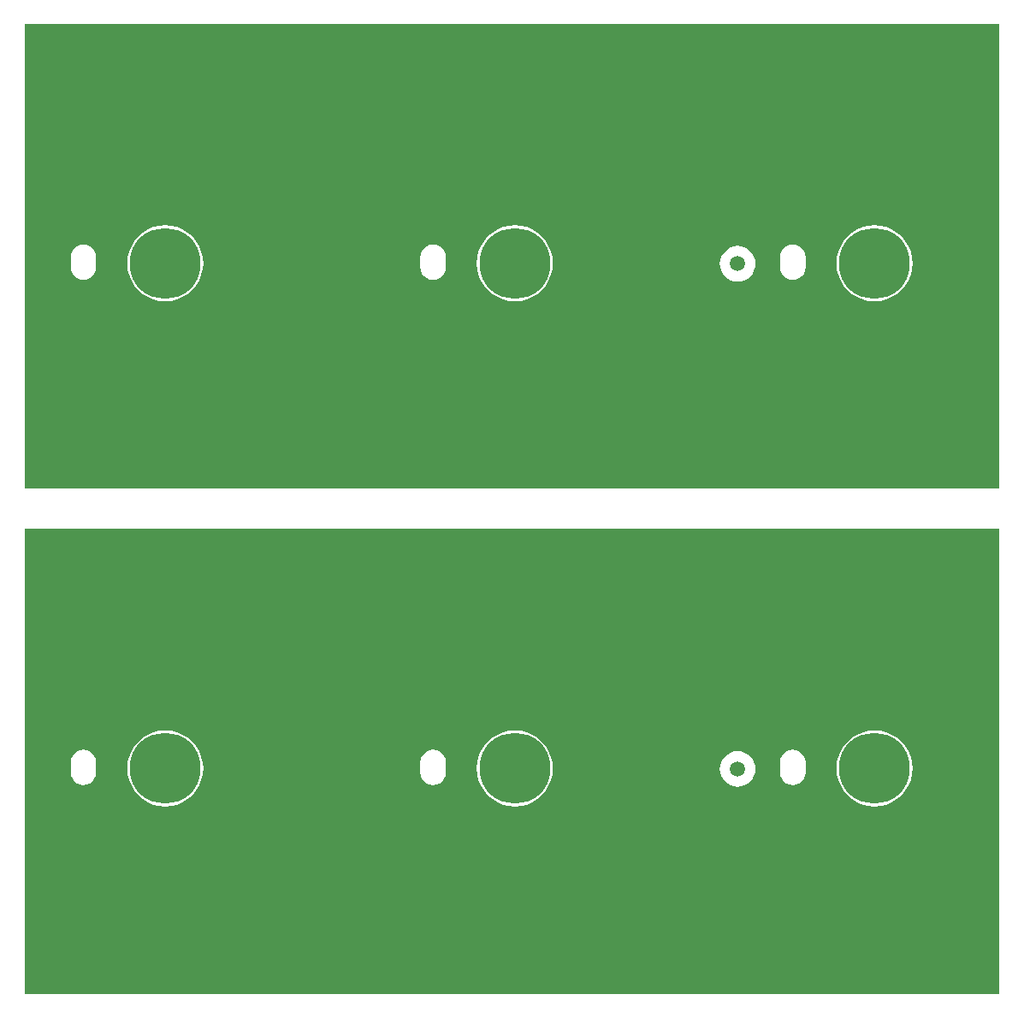
<source format=gtl>
G04*
G04 #@! TF.GenerationSoftware,Altium Limited,Altium Designer,21.0.8 (223)*
G04*
G04 Layer_Physical_Order=1*
G04 Layer_Color=255*
%FSLAX25Y25*%
%MOIN*%
G70*
G04*
G04 #@! TF.SameCoordinates,1038851D-6751-456F-ADCF-613883C18876*
G04*
G04*
G04 #@! TF.FilePolarity,Positive*
G04*
G01*
G75*
%ADD10C,0.27559*%
%ADD11C,0.05906*%
%ADD12C,0.05000*%
G36*
X494311Y494382D02*
Y313280D01*
X114390Y313280D01*
Y494382D01*
X494311Y494382D01*
D02*
G37*
G36*
Y297532D02*
Y116429D01*
X114390Y116429D01*
Y297532D01*
X494311Y297532D01*
D02*
G37*
%LPC*%
G36*
X273598Y408417D02*
X272310Y408247D01*
X271109Y407750D01*
X270077Y406958D01*
X269286Y405927D01*
X268789Y404726D01*
X268619Y403437D01*
Y399500D01*
X268789Y398211D01*
X269286Y397010D01*
X270077Y395979D01*
X271109Y395188D01*
X272310Y394690D01*
X273598Y394520D01*
X274887Y394690D01*
X276088Y395188D01*
X277120Y395979D01*
X277911Y397010D01*
X278408Y398211D01*
X278578Y399500D01*
Y403437D01*
X278408Y404726D01*
X277911Y405927D01*
X277120Y406958D01*
X276088Y407750D01*
X274887Y408247D01*
X273598Y408417D01*
D02*
G37*
G36*
X413756Y408417D02*
X412467Y408247D01*
X411266Y407750D01*
X410235Y406958D01*
X409443Y405927D01*
X408946Y404726D01*
X408776Y403437D01*
Y399500D01*
X408946Y398211D01*
X409443Y397010D01*
X410235Y395979D01*
X411266Y395187D01*
X412467Y394690D01*
X413756Y394520D01*
X415045Y394690D01*
X416246Y395187D01*
X417277Y395979D01*
X418068Y397010D01*
X418566Y398211D01*
X418736Y399500D01*
Y403437D01*
X418566Y404726D01*
X418068Y405927D01*
X417277Y406958D01*
X416246Y407750D01*
X415045Y408247D01*
X413756Y408417D01*
D02*
G37*
G36*
X137378D02*
X136089Y408247D01*
X134888Y407750D01*
X133857Y406958D01*
X133065Y405927D01*
X132568Y404726D01*
X132398Y403437D01*
Y399500D01*
X132568Y398211D01*
X133065Y397010D01*
X133857Y395979D01*
X134888Y395187D01*
X136089Y394690D01*
X137378Y394520D01*
X138667Y394690D01*
X139868Y395187D01*
X140899Y395979D01*
X141690Y397010D01*
X142188Y398211D01*
X142358Y399500D01*
Y403437D01*
X142188Y404726D01*
X141690Y405927D01*
X140899Y406958D01*
X139868Y407750D01*
X138667Y408247D01*
X137378Y408417D01*
D02*
G37*
G36*
X392299Y407817D02*
X390946Y407684D01*
X389644Y407289D01*
X388444Y406647D01*
X387393Y405785D01*
X386530Y404733D01*
X385889Y403533D01*
X385494Y402232D01*
X385360Y400878D01*
X385494Y399524D01*
X385889Y398223D01*
X386530Y397023D01*
X387393Y395971D01*
X388444Y395109D01*
X389644Y394467D01*
X390946Y394072D01*
X392299Y393939D01*
X393653Y394072D01*
X394955Y394467D01*
X396154Y395109D01*
X397206Y395971D01*
X398069Y397023D01*
X398710Y398223D01*
X399105Y399524D01*
X399238Y400878D01*
X399105Y402232D01*
X398710Y403533D01*
X398069Y404733D01*
X397206Y405785D01*
X396154Y406647D01*
X394955Y407289D01*
X393653Y407684D01*
X392299Y407817D01*
D02*
G37*
G36*
X305488Y415900D02*
X303169Y415718D01*
X300907Y415174D01*
X298758Y414284D01*
X296774Y413069D01*
X295005Y411558D01*
X293494Y409789D01*
X292279Y407805D01*
X291389Y405656D01*
X290845Y403394D01*
X290663Y401075D01*
X290845Y398756D01*
X291389Y396494D01*
X292279Y394344D01*
X293494Y392361D01*
X295005Y390592D01*
X296774Y389081D01*
X298758Y387865D01*
X300907Y386975D01*
X303169Y386432D01*
X305488Y386250D01*
X307807Y386432D01*
X310069Y386975D01*
X312219Y387865D01*
X314202Y389081D01*
X315971Y390592D01*
X317482Y392361D01*
X318698Y394344D01*
X319588Y396494D01*
X320131Y398756D01*
X320313Y401075D01*
X320131Y403394D01*
X319588Y405656D01*
X318698Y407805D01*
X317482Y409789D01*
X315971Y411558D01*
X314202Y413069D01*
X312219Y414284D01*
X310069Y415174D01*
X307807Y415718D01*
X305488Y415900D01*
D02*
G37*
G36*
X445646Y415900D02*
X443327Y415718D01*
X441064Y415174D01*
X438915Y414284D01*
X436932Y413069D01*
X435163Y411558D01*
X433652Y409789D01*
X432436Y407805D01*
X431546Y405656D01*
X431003Y403394D01*
X430820Y401075D01*
X431003Y398756D01*
X431546Y396494D01*
X432436Y394344D01*
X433652Y392361D01*
X435163Y390592D01*
X436932Y389081D01*
X438915Y387865D01*
X441064Y386975D01*
X443327Y386432D01*
X445646Y386250D01*
X447965Y386432D01*
X450227Y386975D01*
X452376Y387865D01*
X454360Y389081D01*
X456129Y390592D01*
X457640Y392361D01*
X458855Y394344D01*
X459745Y396494D01*
X460288Y398756D01*
X460471Y401075D01*
X460288Y403394D01*
X459745Y405656D01*
X458855Y407805D01*
X457640Y409789D01*
X456129Y411558D01*
X454360Y413069D01*
X452376Y414284D01*
X450227Y415174D01*
X447965Y415718D01*
X445646Y415900D01*
D02*
G37*
G36*
X169268D02*
X166948Y415718D01*
X164687Y415174D01*
X162537Y414284D01*
X160554Y413069D01*
X158785Y411558D01*
X157274Y409789D01*
X156058Y407805D01*
X155168Y405656D01*
X154625Y403394D01*
X154443Y401075D01*
X154625Y398756D01*
X155168Y396494D01*
X156058Y394344D01*
X157274Y392361D01*
X158785Y390592D01*
X160554Y389081D01*
X162537Y387865D01*
X164687Y386975D01*
X166948Y386432D01*
X169268Y386250D01*
X171587Y386432D01*
X173849Y386975D01*
X175998Y387865D01*
X177982Y389081D01*
X179751Y390592D01*
X181262Y392361D01*
X182477Y394344D01*
X183367Y396494D01*
X183910Y398756D01*
X184093Y401075D01*
X183910Y403394D01*
X183367Y405656D01*
X182477Y407805D01*
X181262Y409789D01*
X179751Y411558D01*
X177982Y413069D01*
X175998Y414284D01*
X173849Y415174D01*
X171587Y415718D01*
X169268Y415900D01*
D02*
G37*
G36*
X273598Y211566D02*
X272310Y211397D01*
X271109Y210899D01*
X270077Y210108D01*
X269286Y209076D01*
X268789Y207875D01*
X268619Y206587D01*
Y202650D01*
X268789Y201361D01*
X269286Y200160D01*
X270077Y199128D01*
X271109Y198337D01*
X272310Y197840D01*
X273598Y197670D01*
X274887Y197840D01*
X276088Y198337D01*
X277120Y199128D01*
X277911Y200160D01*
X278408Y201361D01*
X278578Y202650D01*
Y206587D01*
X278408Y207875D01*
X277911Y209076D01*
X277120Y210108D01*
X276088Y210899D01*
X274887Y211397D01*
X273598Y211566D01*
D02*
G37*
G36*
X413756Y211566D02*
X412467Y211397D01*
X411266Y210899D01*
X410235Y210108D01*
X409443Y209076D01*
X408946Y207875D01*
X408776Y206587D01*
Y202650D01*
X408946Y201361D01*
X409443Y200160D01*
X410235Y199128D01*
X411266Y198337D01*
X412467Y197840D01*
X413756Y197670D01*
X415045Y197840D01*
X416246Y198337D01*
X417277Y199128D01*
X418068Y200160D01*
X418566Y201361D01*
X418736Y202650D01*
Y206587D01*
X418566Y207875D01*
X418068Y209076D01*
X417277Y210108D01*
X416246Y210899D01*
X415045Y211397D01*
X413756Y211566D01*
D02*
G37*
G36*
X137378D02*
X136089Y211397D01*
X134888Y210899D01*
X133857Y210108D01*
X133065Y209076D01*
X132568Y207875D01*
X132398Y206587D01*
Y202650D01*
X132568Y201361D01*
X133065Y200160D01*
X133857Y199128D01*
X134888Y198337D01*
X136089Y197840D01*
X137378Y197670D01*
X138667Y197840D01*
X139868Y198337D01*
X140899Y199128D01*
X141690Y200160D01*
X142188Y201361D01*
X142358Y202650D01*
Y206587D01*
X142188Y207875D01*
X141690Y209076D01*
X140899Y210108D01*
X139868Y210899D01*
X138667Y211397D01*
X137378Y211566D01*
D02*
G37*
G36*
X392299Y210966D02*
X390946Y210833D01*
X389644Y210438D01*
X388444Y209797D01*
X387393Y208934D01*
X386530Y207883D01*
X385889Y206683D01*
X385494Y205381D01*
X385360Y204028D01*
X385494Y202674D01*
X385889Y201372D01*
X386530Y200172D01*
X387393Y199121D01*
X388444Y198258D01*
X389644Y197617D01*
X390946Y197222D01*
X392299Y197089D01*
X393653Y197222D01*
X394955Y197617D01*
X396154Y198258D01*
X397206Y199121D01*
X398069Y200172D01*
X398710Y201372D01*
X399105Y202674D01*
X399238Y204028D01*
X399105Y205381D01*
X398710Y206683D01*
X398069Y207883D01*
X397206Y208934D01*
X396154Y209797D01*
X394955Y210438D01*
X393653Y210833D01*
X392299Y210966D01*
D02*
G37*
G36*
X305488Y219050D02*
X303169Y218867D01*
X300907Y218324D01*
X298758Y217434D01*
X296774Y216218D01*
X295005Y214707D01*
X293494Y212938D01*
X292279Y210955D01*
X291389Y208806D01*
X290845Y206544D01*
X290663Y204224D01*
X290845Y201905D01*
X291389Y199643D01*
X292279Y197494D01*
X293494Y195510D01*
X295005Y193741D01*
X296774Y192231D01*
X298758Y191015D01*
X300907Y190125D01*
X303169Y189582D01*
X305488Y189399D01*
X307807Y189582D01*
X310069Y190125D01*
X312219Y191015D01*
X314202Y192231D01*
X315971Y193741D01*
X317482Y195510D01*
X318698Y197494D01*
X319588Y199643D01*
X320131Y201905D01*
X320313Y204224D01*
X320131Y206544D01*
X319588Y208806D01*
X318698Y210955D01*
X317482Y212938D01*
X315971Y214707D01*
X314202Y216218D01*
X312219Y217434D01*
X310069Y218324D01*
X307807Y218867D01*
X305488Y219050D01*
D02*
G37*
G36*
X445646Y219050D02*
X443327Y218867D01*
X441064Y218324D01*
X438915Y217434D01*
X436932Y216218D01*
X435163Y214707D01*
X433652Y212938D01*
X432436Y210955D01*
X431546Y208806D01*
X431003Y206544D01*
X430820Y204224D01*
X431003Y201905D01*
X431546Y199643D01*
X432436Y197494D01*
X433652Y195510D01*
X435163Y193741D01*
X436932Y192231D01*
X438915Y191015D01*
X441064Y190125D01*
X443327Y189582D01*
X445646Y189399D01*
X447965Y189582D01*
X450227Y190125D01*
X452376Y191015D01*
X454360Y192231D01*
X456129Y193741D01*
X457640Y195510D01*
X458855Y197494D01*
X459745Y199643D01*
X460288Y201905D01*
X460471Y204224D01*
X460288Y206544D01*
X459745Y208806D01*
X458855Y210955D01*
X457640Y212938D01*
X456129Y214707D01*
X454360Y216218D01*
X452376Y217434D01*
X450227Y218324D01*
X447965Y218867D01*
X445646Y219050D01*
D02*
G37*
G36*
X169268D02*
X166948Y218867D01*
X164687Y218324D01*
X162537Y217434D01*
X160554Y216218D01*
X158785Y214707D01*
X157274Y212938D01*
X156058Y210955D01*
X155168Y208806D01*
X154625Y206544D01*
X154443Y204224D01*
X154625Y201905D01*
X155168Y199643D01*
X156058Y197494D01*
X157274Y195510D01*
X158785Y193741D01*
X160554Y192231D01*
X162537Y191015D01*
X164687Y190125D01*
X166948Y189582D01*
X169268Y189399D01*
X171587Y189582D01*
X173849Y190125D01*
X175998Y191015D01*
X177982Y192231D01*
X179751Y193741D01*
X181262Y195510D01*
X182477Y197494D01*
X183367Y199643D01*
X183910Y201905D01*
X184093Y204224D01*
X183910Y206544D01*
X183367Y208806D01*
X182477Y210955D01*
X181262Y212938D01*
X179751Y214707D01*
X177982Y216218D01*
X175998Y217434D01*
X173849Y218324D01*
X171587Y218867D01*
X169268Y219050D01*
D02*
G37*
%LPD*%
D10*
Y204224D02*
D03*
X305488Y204224D02*
D03*
X445646Y204224D02*
D03*
X169268Y401075D02*
D03*
X305488Y401075D02*
D03*
X445646Y401075D02*
D03*
D11*
X392299Y204028D02*
D03*
Y400878D02*
D03*
D12*
X117890Y136705D02*
D03*
Y146547D02*
D03*
Y156390D02*
D03*
Y166232D02*
D03*
Y126862D02*
D03*
Y175681D02*
D03*
X490528Y137295D02*
D03*
Y147138D02*
D03*
Y156980D02*
D03*
Y166823D02*
D03*
Y127453D02*
D03*
Y176272D02*
D03*
X117890Y333555D02*
D03*
Y343398D02*
D03*
Y353240D02*
D03*
Y363083D02*
D03*
Y323713D02*
D03*
Y372532D02*
D03*
X490528Y334146D02*
D03*
Y343988D02*
D03*
Y353831D02*
D03*
Y363673D02*
D03*
Y324303D02*
D03*
Y373122D02*
D03*
M02*

</source>
